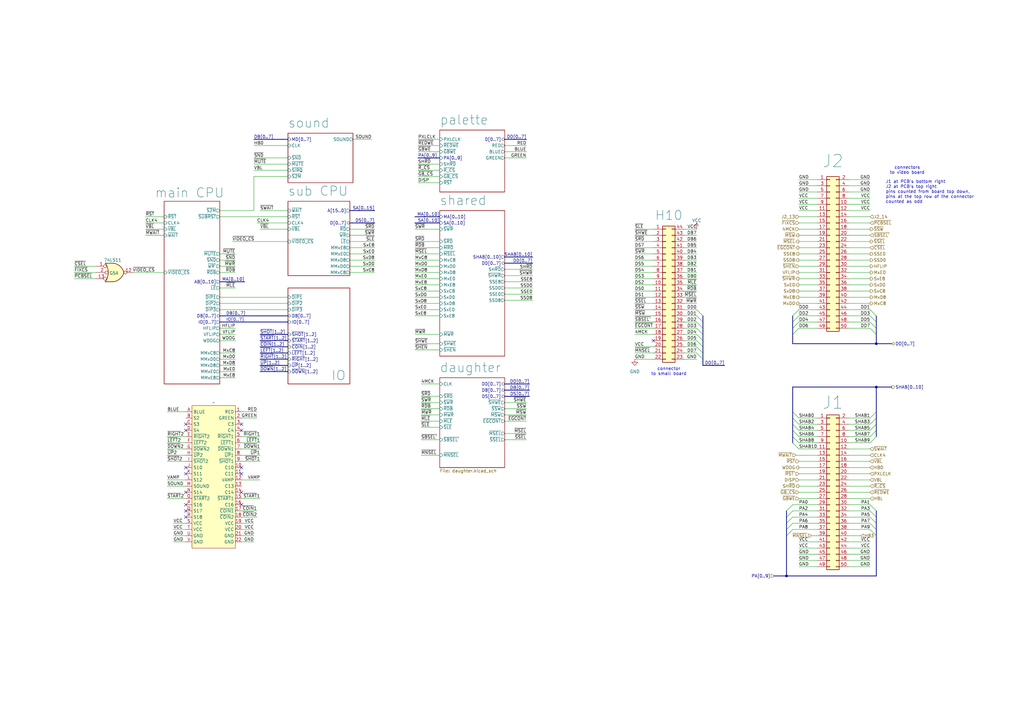
<source format=kicad_sch>
(kicad_sch (version 20231120) (generator "eeschema") (generator_version "8.0")
  (paper "A3")
  (title_block (date "2024-10-12") (company "JOTEGO") (comment 1 "Jose Tejada"))
  (junction (at 359.41 158.75))
  (junction (at 359.41 140.97))
  (junction (at 322.58 236.22))
  (no_connect (at 99.06 201.93))
  (no_connect (at 76.2 207.01))
  (no_connect (at 76.2 194.31))
  (no_connect (at 76.2 201.93))
  (no_connect (at 267.97 139.7))
  (no_connect (at 99.06 176.53))
  (no_connect (at 99.06 207.01))
  (no_connect (at 99.06 191.77))
  (no_connect (at 76.2 176.53))
  (no_connect (at 99.06 194.31))
  (no_connect (at 99.06 173.99))
  (no_connect (at 76.2 209.55))
  (no_connect (at 76.2 191.77))
  (no_connect (at 76.2 212.09))
  (no_connect (at 76.2 173.99))
  (bus_entry (at 325.12 217.17) (size -2.54 2.54))
  (bus_entry (at 356.87 212.09) (size 2.54 2.54))
  (bus_entry (at 327.66 132.08) (size -2.54 2.54))
  (bus_entry (at 325.12 173.99) (size 2.54 2.54))
  (bus_entry (at 285.75 139.7) (size 2.54 2.54))
  (bus_entry (at 359.41 176.53) (size -2.54 2.54))
  (bus_entry (at 327.66 129.54) (size -2.54 2.54))
  (bus_entry (at 356.87 209.55) (size 2.54 2.54))
  (bus_entry (at 356.87 129.54) (size 2.54 2.54))
  (bus_entry (at 285.75 142.24) (size 2.54 2.54))
  (bus_entry (at 356.87 207.01) (size 2.54 2.54))
  (bus_entry (at 325.12 179.07) (size 2.54 2.54))
  (bus_entry (at 325.12 209.55) (size -2.54 2.54))
  (bus_entry (at 327.66 127) (size -2.54 2.54))
  (bus_entry (at 327.66 134.62) (size -2.54 2.54))
  (bus_entry (at 359.41 179.07) (size -2.54 2.54))
  (bus_entry (at 325.12 168.91) (size 2.54 2.54))
  (bus_entry (at 325.12 171.45) (size 2.54 2.54))
  (bus_entry (at 285.75 137.16) (size 2.54 2.54))
  (bus_entry (at 285.75 127) (size 2.54 2.54))
  (bus_entry (at 356.87 132.08) (size 2.54 2.54))
  (bus_entry (at 359.41 173.99) (size -2.54 2.54))
  (bus_entry (at 325.12 212.09) (size -2.54 2.54))
  (bus_entry (at 325.12 207.01) (size -2.54 2.54))
  (bus_entry (at 325.12 214.63) (size -2.54 2.54))
  (bus_entry (at 285.75 134.62) (size 2.54 2.54))
  (bus_entry (at 356.87 127) (size 2.54 2.54))
  (bus_entry (at 285.75 129.54) (size 2.54 2.54))
  (bus_entry (at 359.41 171.45) (size -2.54 2.54))
  (bus_entry (at 325.12 176.53) (size 2.54 2.54))
  (bus_entry (at 325.12 181.61) (size 2.54 2.54))
  (bus_entry (at 285.75 132.08) (size 2.54 2.54))
  (bus_entry (at 285.75 144.78) (size 2.54 2.54))
  (bus_entry (at 356.87 217.17) (size 2.54 2.54))
  (bus_entry (at 356.87 214.63) (size 2.54 2.54))
  (bus_entry (at 359.41 168.91) (size -2.54 2.54))
  (bus_entry (at 356.87 134.62) (size 2.54 2.54))
  (wire (pts (xy 327.66 78.74) (xy 335.28 78.74)))
  (bus (pts (xy 359.41 134.62) (xy 359.41 137.16)))
  (wire (pts (xy 172.72 180.34) (xy 180.34 180.34)))
  (bus (pts (xy 207.01 57.15) (xy 215.9 57.15)))
  (bus (pts (xy 106.68 142.24) (xy 118.11 142.24)))
  (wire (pts (xy 327.66 116.84) (xy 335.28 116.84)))
  (wire (pts (xy 327.66 93.98) (xy 335.28 93.98)))
  (wire (pts (xy 327.66 173.99) (xy 335.28 173.99)))
  (bus (pts (xy 207.01 157.48) (xy 217.17 157.48)))
  (wire (pts (xy 172.72 162.56) (xy 180.34 162.56)))
  (wire (pts (xy 260.35 124.46) (xy 267.97 124.46)))
  (wire (pts (xy 170.18 116.84) (xy 180.34 116.84)))
  (bus (pts (xy 90.17 129.54) (xy 118.11 129.54)))
  (bus (pts (xy 90.17 132.08) (xy 118.11 132.08)))
  (wire (pts (xy 347.98 134.62) (xy 356.87 134.62)))
  (wire (pts (xy 325.12 207.01) (xy 335.28 207.01)))
  (wire (pts (xy 260.35 134.62) (xy 267.97 134.62)))
  (wire (pts (xy 327.66 124.46) (xy 335.28 124.46)))
  (wire (pts (xy 170.18 127) (xy 180.34 127)))
  (wire (pts (xy 171.45 62.23) (xy 180.34 62.23)))
  (wire (pts (xy 327.66 181.61) (xy 335.28 181.61)))
  (wire (pts (xy 30.48 111.76) (xy 39.37 111.76)))
  (wire (pts (xy 356.87 86.36) (xy 347.98 86.36)))
  (wire (pts (xy 207.01 123.19) (xy 218.44 123.19)))
  (wire (pts (xy 260.35 116.84) (xy 267.97 116.84)))
  (wire (pts (xy 327.66 227.33) (xy 335.28 227.33)))
  (bus (pts (xy 359.41 176.53) (xy 359.41 179.07)))
  (bus (pts (xy 207.01 105.41) (xy 218.44 105.41)))
  (wire (pts (xy 54.61 111.76) (xy 67.31 111.76)))
  (bus (pts (xy 322.58 236.22) (xy 359.41 236.22)))
  (wire (pts (xy 76.2 219.71) (xy 71.12 219.71)))
  (bus (pts (xy 322.58 209.55) (xy 322.58 212.09)))
  (wire (pts (xy 327.66 194.31) (xy 335.28 194.31)))
  (bus (pts (xy 359.41 140.97) (xy 365.76 140.97)))
  (wire (pts (xy 325.12 212.09) (xy 335.28 212.09)))
  (wire (pts (xy 260.35 142.24) (xy 267.97 142.24)))
  (wire (pts (xy 90.17 147.32) (xy 96.52 147.32)))
  (wire (pts (xy 96.52 154.94) (xy 90.17 154.94)))
  (wire (pts (xy 170.18 101.6) (xy 180.34 101.6)))
  (wire (pts (xy 76.2 222.25) (xy 71.12 222.25)))
  (wire (pts (xy 104.14 69.85) (xy 118.11 69.85)))
  (wire (pts (xy 106.68 189.23) (xy 99.06 189.23)))
  (wire (pts (xy 106.68 204.47) (xy 99.06 204.47)))
  (wire (pts (xy 260.35 129.54) (xy 267.97 129.54)))
  (bus (pts (xy 365.76 158.75) (xy 359.41 158.75)))
  (wire (pts (xy 327.66 184.15) (xy 335.28 184.15)))
  (wire (pts (xy 280.67 144.78) (xy 285.75 144.78)))
  (wire (pts (xy 68.58 168.91) (xy 76.2 168.91)))
  (wire (pts (xy 327.66 106.68) (xy 335.28 106.68)))
  (wire (pts (xy 170.18 143.51) (xy 180.34 143.51)))
  (wire (pts (xy 76.2 217.17) (xy 71.12 217.17)))
  (wire (pts (xy 260.35 127) (xy 267.97 127)))
  (wire (pts (xy 280.67 132.08) (xy 285.75 132.08)))
  (wire (pts (xy 260.35 121.92) (xy 267.97 121.92)))
  (wire (pts (xy 90.17 88.9) (xy 118.11 88.9)))
  (wire (pts (xy 347.98 119.38) (xy 356.87 119.38)))
  (wire (pts (xy 280.67 99.06) (xy 285.75 99.06)))
  (wire (pts (xy 172.72 170.18) (xy 180.34 170.18)))
  (wire (pts (xy 347.98 232.41) (xy 356.87 232.41)))
  (wire (pts (xy 327.66 101.6) (xy 335.28 101.6)))
  (wire (pts (xy 347.98 191.77) (xy 356.87 191.77)))
  (wire (pts (xy 143.51 104.14) (xy 153.67 104.14)))
  (wire (pts (xy 76.2 186.69) (xy 68.58 186.69)))
  (wire (pts (xy 170.18 124.46) (xy 180.34 124.46)))
  (wire (pts (xy 90.17 152.4) (xy 96.52 152.4)))
  (bus (pts (xy 207.01 160.02) (xy 217.17 160.02)))
  (wire (pts (xy 170.18 140.97) (xy 180.34 140.97)))
  (wire (pts (xy 90.17 144.78) (xy 96.52 144.78)))
  (wire (pts (xy 327.66 76.2) (xy 335.28 76.2)))
  (wire (pts (xy 327.66 88.9) (xy 335.28 88.9)))
  (wire (pts (xy 347.98 176.53) (xy 356.87 176.53)))
  (wire (pts (xy 347.98 219.71) (xy 353.06 219.71)))
  (wire (pts (xy 280.67 93.98) (xy 285.75 93.98)))
  (wire (pts (xy 347.98 124.46) (xy 356.87 124.46)))
  (wire (pts (xy 280.67 119.38) (xy 285.75 119.38)))
  (wire (pts (xy 347.98 184.15) (xy 356.87 184.15)))
  (wire (pts (xy 280.67 142.24) (xy 285.75 142.24)))
  (wire (pts (xy 207.01 170.18) (xy 215.9 170.18)))
  (bus (pts (xy 325.12 168.91) (xy 325.12 158.75)))
  (wire (pts (xy 280.67 106.68) (xy 285.75 106.68)))
  (wire (pts (xy 99.06 168.91) (xy 105.41 168.91)))
  (bus (pts (xy 359.41 171.45) (xy 359.41 173.99)))
  (wire (pts (xy 280.67 104.14) (xy 285.75 104.14)))
  (wire (pts (xy 172.72 175.26) (xy 180.34 175.26)))
  (wire (pts (xy 260.35 111.76) (xy 267.97 111.76)))
  (wire (pts (xy 172.72 165.1) (xy 180.34 165.1)))
  (wire (pts (xy 347.98 96.52) (xy 356.87 96.52)))
  (bus (pts (xy 106.68 147.32) (xy 118.11 147.32)))
  (wire (pts (xy 347.98 109.22) (xy 356.87 109.22)))
  (wire (pts (xy 99.06 184.15) (xy 106.68 184.15)))
  (bus (pts (xy 322.58 214.63) (xy 322.58 217.17)))
  (wire (pts (xy 326.39 186.69) (xy 335.28 186.69)))
  (wire (pts (xy 260.35 119.38) (xy 267.97 119.38)))
  (wire (pts (xy 99.06 217.17) (xy 104.14 217.17)))
  (wire (pts (xy 59.69 88.9) (xy 67.31 88.9)))
  (wire (pts (xy 99.06 219.71) (xy 104.14 219.71)))
  (wire (pts (xy 215.9 177.8) (xy 207.01 177.8)))
  (bus (pts (xy 325.12 140.97) (xy 359.41 140.97)))
  (wire (pts (xy 171.45 69.85) (xy 180.34 69.85)))
  (wire (pts (xy 327.66 111.76) (xy 335.28 111.76)))
  (wire (pts (xy 99.06 209.55) (xy 105.41 209.55)))
  (wire (pts (xy 90.17 124.46) (xy 118.11 124.46)))
  (wire (pts (xy 104.14 59.69) (xy 118.11 59.69)))
  (wire (pts (xy 327.66 129.54) (xy 335.28 129.54)))
  (wire (pts (xy 143.51 96.52) (xy 153.67 96.52)))
  (bus (pts (xy 325.12 179.07) (xy 325.12 176.53)))
  (bus (pts (xy 106.68 137.16) (xy 118.11 137.16)))
  (wire (pts (xy 170.18 106.68) (xy 180.34 106.68)))
  (wire (pts (xy 260.35 144.78) (xy 267.97 144.78)))
  (wire (pts (xy 327.66 232.41) (xy 335.28 232.41)))
  (wire (pts (xy 171.45 74.93) (xy 180.34 74.93)))
  (wire (pts (xy 327.66 224.79) (xy 335.28 224.79)))
  (wire (pts (xy 260.35 101.6) (xy 267.97 101.6)))
  (wire (pts (xy 59.69 96.52) (xy 67.31 96.52)))
  (wire (pts (xy 90.17 111.76) (xy 96.52 111.76)))
  (wire (pts (xy 207.01 167.64) (xy 215.9 167.64)))
  (wire (pts (xy 332.74 219.71) (xy 335.28 219.71)))
  (wire (pts (xy 260.35 96.52) (xy 267.97 96.52)))
  (wire (pts (xy 143.51 101.6) (xy 153.67 101.6)))
  (bus (pts (xy 288.29 134.62) (xy 288.29 137.16)))
  (wire (pts (xy 90.17 149.86) (xy 96.52 149.86)))
  (wire (pts (xy 90.17 118.11) (xy 96.52 118.11)))
  (bus (pts (xy 288.29 129.54) (xy 288.29 132.08)))
  (wire (pts (xy 280.67 96.52) (xy 285.75 96.52)))
  (wire (pts (xy 325.12 214.63) (xy 335.28 214.63)))
  (wire (pts (xy 327.66 222.25) (xy 335.28 222.25)))
  (bus (pts (xy 90.17 115.57) (xy 100.33 115.57)))
  (wire (pts (xy 347.98 111.76) (xy 356.87 111.76)))
  (wire (pts (xy 347.98 76.2) (xy 356.87 76.2)))
  (wire (pts (xy 170.18 119.38) (xy 180.34 119.38)))
  (wire (pts (xy 280.67 114.3) (xy 285.75 114.3)))
  (wire (pts (xy 347.98 91.44) (xy 356.87 91.44)))
  (wire (pts (xy 356.87 224.79) (xy 347.98 224.79)))
  (wire (pts (xy 347.98 121.92) (xy 356.87 121.92)))
  (wire (pts (xy 172.72 167.64) (xy 180.34 167.64)))
  (bus (pts (xy 171.45 64.77) (xy 180.34 64.77)))
  (wire (pts (xy 347.98 186.69) (xy 356.87 186.69)))
  (wire (pts (xy 207.01 115.57) (xy 218.44 115.57)))
  (wire (pts (xy 106.68 93.98) (xy 118.11 93.98)))
  (wire (pts (xy 90.17 104.14) (xy 96.52 104.14)))
  (bus (pts (xy 322.58 212.09) (xy 322.58 214.63)))
  (wire (pts (xy 347.98 179.07) (xy 356.87 179.07)))
  (wire (pts (xy 327.66 81.28) (xy 335.28 81.28)))
  (wire (pts (xy 207.01 64.77) (xy 215.9 64.77)))
  (wire (pts (xy 327.66 204.47) (xy 335.28 204.47)))
  (wire (pts (xy 143.51 106.68) (xy 153.67 106.68)))
  (bus (pts (xy 207.01 107.95) (xy 218.44 107.95)))
  (wire (pts (xy 280.67 124.46) (xy 285.75 124.46)))
  (wire (pts (xy 207.01 113.03) (xy 218.44 113.03)))
  (bus (pts (xy 359.41 132.08) (xy 359.41 134.62)))
  (wire (pts (xy 347.98 229.87) (xy 356.87 229.87)))
  (bus (pts (xy 106.68 139.7) (xy 118.11 139.7)))
  (wire (pts (xy 170.18 104.14) (xy 180.34 104.14)))
  (wire (pts (xy 207.01 120.65) (xy 218.44 120.65)))
  (wire (pts (xy 170.18 111.76) (xy 180.34 111.76)))
  (wire (pts (xy 347.98 132.08) (xy 356.87 132.08)))
  (wire (pts (xy 99.06 171.45) (xy 105.41 171.45)))
  (wire (pts (xy 356.87 83.82) (xy 347.98 83.82)))
  (wire (pts (xy 280.67 134.62) (xy 285.75 134.62)))
  (wire (pts (xy 90.17 121.92) (xy 118.11 121.92)))
  (wire (pts (xy 90.17 134.62) (xy 96.52 134.62)))
  (wire (pts (xy 347.98 227.33) (xy 356.87 227.33)))
  (wire (pts (xy 327.66 73.66) (xy 335.28 73.66)))
  (bus (pts (xy 170.18 91.44) (xy 180.34 91.44)))
  (wire (pts (xy 170.18 93.98) (xy 180.34 93.98)))
  (wire (pts (xy 207.01 62.23) (xy 215.9 62.23)))
  (wire (pts (xy 76.2 214.63) (xy 71.12 214.63)))
  (wire (pts (xy 327.66 83.82) (xy 335.28 83.82)))
  (wire (pts (xy 347.98 217.17) (xy 356.87 217.17)))
  (bus (pts (xy 207.01 162.56) (xy 217.17 162.56)))
  (wire (pts (xy 170.18 99.06) (xy 180.34 99.06)))
  (wire (pts (xy 99.06 212.09) (xy 105.41 212.09)))
  (wire (pts (xy 347.98 214.63) (xy 356.87 214.63)))
  (wire (pts (xy 347.98 101.6) (xy 356.87 101.6)))
  (wire (pts (xy 59.69 91.44) (xy 67.31 91.44)))
  (bus (pts (xy 322.58 219.71) (xy 322.58 236.22)))
  (wire (pts (xy 347.98 106.68) (xy 356.87 106.68)))
  (wire (pts (xy 327.66 132.08) (xy 335.28 132.08)))
  (wire (pts (xy 260.35 99.06) (xy 267.97 99.06)))
  (wire (pts (xy 280.67 129.54) (xy 285.75 129.54)))
  (wire (pts (xy 218.44 110.49) (xy 207.01 110.49)))
  (wire (pts (xy 327.66 96.52) (xy 335.28 96.52)))
  (wire (pts (xy 99.06 181.61) (xy 106.68 181.61)))
  (wire (pts (xy 143.51 99.06) (xy 153.67 99.06)))
  (wire (pts (xy 171.45 59.69) (xy 180.34 59.69)))
  (wire (pts (xy 143.51 109.22) (xy 153.67 109.22)))
  (wire (pts (xy 285.75 147.32) (xy 280.67 147.32)))
  (wire (pts (xy 280.67 127) (xy 285.75 127)))
  (wire (pts (xy 327.66 91.44) (xy 335.28 91.44)))
  (wire (pts (xy 347.98 209.55) (xy 356.87 209.55)))
  (wire (pts (xy 327.66 104.14) (xy 335.28 104.14)))
  (wire (pts (xy 327.66 99.06) (xy 335.28 99.06)))
  (wire (pts (xy 260.35 106.68) (xy 267.97 106.68)))
  (wire (pts (xy 76.2 184.15) (xy 68.58 184.15)))
  (wire (pts (xy 347.98 212.09) (xy 356.87 212.09)))
  (bus (pts (xy 288.29 142.24) (xy 288.29 144.78)))
  (wire (pts (xy 106.68 86.36) (xy 118.11 86.36)))
  (bus (pts (xy 325.12 158.75) (xy 359.41 158.75)))
  (wire (pts (xy 207.01 172.72) (xy 215.9 172.72)))
  (bus (pts (xy 325.12 137.16) (xy 325.12 140.97)))
  (wire (pts (xy 90.17 86.36) (xy 104.14 86.36)))
  (wire (pts (xy 347.98 181.61) (xy 356.87 181.61)))
  (bus (pts (xy 359.41 217.17) (xy 359.41 219.71)))
  (bus (pts (xy 359.41 214.63) (xy 359.41 217.17)))
  (wire (pts (xy 347.98 189.23) (xy 356.87 189.23)))
  (bus (pts (xy 106.68 144.78) (xy 118.11 144.78)))
  (wire (pts (xy 144.78 57.15) (xy 152.4 57.15)))
  (bus (pts (xy 359.41 209.55) (xy 359.41 212.09)))
  (wire (pts (xy 327.66 201.93) (xy 335.28 201.93)))
  (wire (pts (xy 99.06 222.25) (xy 104.14 222.25)))
  (bus (pts (xy 288.29 149.86) (xy 297.18 149.86)))
  (wire (pts (xy 104.14 86.36) (xy 104.14 72.39)))
  (bus (pts (xy 143.51 86.36) (xy 153.67 86.36)))
  (wire (pts (xy 260.35 132.08) (xy 267.97 132.08)))
  (wire (pts (xy 327.66 196.85) (xy 335.28 196.85)))
  (wire (pts (xy 280.67 101.6) (xy 285.75 101.6)))
  (wire (pts (xy 30.48 114.3) (xy 39.37 114.3)))
  (wire (pts (xy 280.67 139.7) (xy 285.75 139.7)))
  (wire (pts (xy 68.58 199.39) (xy 76.2 199.39)))
  (bus (pts (xy 359.41 129.54) (xy 359.41 132.08)))
  (bus (pts (xy 288.29 139.7) (xy 288.29 142.24)))
  (bus (pts (xy 325.12 132.08) (xy 325.12 134.62)))
  (bus (pts (xy 322.58 217.17) (xy 322.58 219.71)))
  (wire (pts (xy 327.66 199.39) (xy 335.28 199.39)))
  (wire (pts (xy 104.14 67.31) (xy 118.11 67.31)))
  (wire (pts (xy 171.45 72.39) (xy 180.34 72.39)))
  (wire (pts (xy 325.12 217.17) (xy 335.28 217.17)))
  (wire (pts (xy 347.98 201.93) (xy 356.87 201.93)))
  (wire (pts (xy 143.51 93.98) (xy 153.67 93.98)))
  (wire (pts (xy 347.98 116.84) (xy 356.87 116.84)))
  (wire (pts (xy 327.66 171.45) (xy 335.28 171.45)))
  (wire (pts (xy 172.72 157.48) (xy 180.34 157.48)))
  (wire (pts (xy 76.2 181.61) (xy 68.58 181.61)))
  (wire (pts (xy 327.66 176.53) (xy 335.28 176.53)))
  (wire (pts (xy 347.98 127) (xy 356.87 127)))
  (wire (pts (xy 90.17 139.7) (xy 96.52 139.7)))
  (wire (pts (xy 260.35 109.22) (xy 267.97 109.22)))
  (bus (pts (xy 359.41 212.09) (xy 359.41 214.63)))
  (wire (pts (xy 280.67 111.76) (xy 285.75 111.76)))
  (bus (pts (xy 104.14 57.15) (xy 118.11 57.15)))
  (wire (pts (xy 30.48 109.22) (xy 39.37 109.22)))
  (wire (pts (xy 280.67 116.84) (xy 285.75 116.84)))
  (wire (pts (xy 90.17 127) (xy 118.11 127)))
  (bus (pts (xy 288.29 147.32) (xy 288.29 149.86)))
  (wire (pts (xy 76.2 179.07) (xy 68.58 179.07)))
  (bus (pts (xy 288.29 137.16) (xy 288.29 139.7)))
  (wire (pts (xy 327.66 189.23) (xy 335.28 189.23)))
  (bus (pts (xy 325.12 181.61) (xy 325.12 179.07)))
  (wire (pts (xy 170.18 137.16) (xy 180.34 137.16)))
  (wire (pts (xy 104.14 64.77) (xy 118.11 64.77)))
  (wire (pts (xy 104.14 72.39) (xy 118.11 72.39)))
  (wire (pts (xy 215.9 180.34) (xy 207.01 180.34)))
  (wire (pts (xy 90.17 106.68) (xy 96.52 106.68)))
  (wire (pts (xy 260.35 93.98) (xy 267.97 93.98)))
  (wire (pts (xy 170.18 121.92) (xy 180.34 121.92)))
  (bus (pts (xy 359.41 158.75) (xy 359.41 168.91)))
  (bus (pts (xy 359.41 219.71) (xy 359.41 236.22)))
  (wire (pts (xy 347.98 199.39) (xy 356.87 199.39)))
  (wire (pts (xy 327.66 134.62) (xy 335.28 134.62)))
  (wire (pts (xy 347.98 196.85) (xy 356.87 196.85)))
  (wire (pts (xy 171.45 67.31) (xy 180.34 67.31)))
  (wire (pts (xy 347.98 171.45) (xy 356.87 171.45)))
  (wire (pts (xy 327.66 86.36) (xy 335.28 86.36)))
  (wire (pts (xy 170.18 109.22) (xy 180.34 109.22)))
  (wire (pts (xy 207.01 118.11) (xy 218.44 118.11)))
  (wire (pts (xy 327.66 229.87) (xy 335.28 229.87)))
  (wire (pts (xy 347.98 78.74) (xy 356.87 78.74)))
  (wire (pts (xy 327.66 121.92) (xy 335.28 121.92)))
  (wire (pts (xy 207.01 59.69) (xy 215.9 59.69)))
  (wire (pts (xy 90.17 137.16) (xy 96.52 137.16)))
  (wire (pts (xy 327.66 191.77) (xy 335.28 191.77)))
  (bus (pts (xy 359.41 168.91) (xy 359.41 171.45)))
  (wire (pts (xy 90.17 109.22) (xy 96.52 109.22)))
  (wire (pts (xy 76.2 196.85) (xy 68.58 196.85)))
  (wire (pts (xy 260.35 147.32) (xy 267.97 147.32)))
  (bus (pts (xy 359.41 137.16) (xy 359.41 140.97)))
  (bus (pts (xy 143.51 91.44) (xy 153.67 91.44)))
  (wire (pts (xy 68.58 204.47) (xy 76.2 204.47)))
  (wire (pts (xy 347.98 129.54) (xy 356.87 129.54)))
  (bus (pts (xy 106.68 149.86) (xy 118.11 149.86)))
  (wire (pts (xy 347.98 207.01) (xy 356.87 207.01)))
  (wire (pts (xy 327.66 114.3) (xy 335.28 114.3)))
  (wire (pts (xy 143.51 111.76) (xy 153.67 111.76)))
  (bus (pts (xy 325.12 129.54) (xy 325.12 132.08)))
  (wire (pts (xy 260.35 104.14) (xy 267.97 104.14)))
  (wire (pts (xy 207.01 165.1) (xy 215.9 165.1)))
  (wire (pts (xy 347.98 104.14) (xy 356.87 104.14)))
  (wire (pts (xy 99.06 214.63) (xy 104.14 214.63)))
  (wire (pts (xy 95.25 99.06) (xy 118.11 99.06)))
  (wire (pts (xy 105.41 91.44) (xy 118.11 91.44)))
  (wire (pts (xy 347.98 204.47) (xy 356.87 204.47)))
  (wire (pts (xy 99.06 186.69) (xy 106.68 186.69)))
  (wire (pts (xy 347.98 173.99) (xy 356.87 173.99)))
  (wire (pts (xy 260.35 137.16) (xy 267.97 137.16)))
  (wire (pts (xy 356.87 222.25) (xy 347.98 222.25)))
  (wire (pts (xy 59.69 93.98) (xy 67.31 93.98)))
  (wire (pts (xy 170.18 129.54) (xy 180.34 129.54)))
  (wire (pts (xy 356.87 81.28) (xy 347.98 81.28)))
  (wire (pts (xy 172.72 186.69) (xy 180.34 186.69)))
  (bus (pts (xy 288.29 144.78) (xy 288.29 147.32)))
  (bus (pts (xy 359.41 173.99) (xy 359.41 176.53)))
  (wire (pts (xy 99.06 179.07) (xy 106.68 179.07)))
  (wire (pts (xy 280.67 137.16) (xy 285.75 137.16)))
  (wire (pts (xy 325.12 209.55) (xy 335.28 209.55)))
  (bus (pts (xy 325.12 173.99) (xy 325.12 171.45)))
  (bus (pts (xy 288.29 132.08) (xy 288.29 134.62)))
  (wire (pts (xy 327.66 127) (xy 335.28 127)))
  (bus (pts (xy 322.58 236.22) (xy 317.5 236.22)))
  (wire (pts (xy 327.66 179.07) (xy 335.28 179.07)))
  (bus (pts (xy 325.12 176.53) (xy 325.12 173.99)))
  (wire (pts (xy 99.06 196.85) (xy 106.68 196.85)))
  (wire (pts (xy 171.45 57.15) (xy 180.34 57.15)))
  (wire (pts (xy 347.98 194.31) (xy 356.87 194.31)))
  (wire (pts (xy 280.67 109.22) (xy 285.75 109.22)))
  (wire (pts (xy 347.98 99.06) (xy 356.87 99.06)))
  (wire (pts (xy 260.35 114.3) (xy 267.97 114.3)))
  (wire (pts (xy 280.67 121.92) (xy 285.75 121.92)))
  (bus (pts (xy 106.68 152.4) (xy 118.11 152.4)))
  (wire (pts (xy 68.58 189.23) (xy 76.2 189.23)))
  (wire (pts (xy 327.66 109.22) (xy 335.28 109.22)))
  (wire (pts (xy 327.66 119.38) (xy 335.28 119.38)))
  (bus (pts (xy 170.18 88.9) (xy 180.34 88.9)))
  (wire (pts (xy 347.98 88.9) (xy 356.87 88.9)))
  (wire (pts (xy 170.18 114.3) (xy 180.34 114.3)))
  (bus (pts (xy 325.12 171.45) (xy 325.12 168.91)))
  (bus (pts (xy 325.12 134.62) (xy 325.12 137.16)))
  (wire (pts (xy 347.98 93.98) (xy 356.87 93.98)))
  (wire (pts (xy 172.72 172.72) (xy 180.34 172.72)))
  (wire (pts (xy 347.98 73.66) (xy 356.87 73.66)))
  (wire (pts (xy 347.98 114.3) (xy 356.87 114.3)))
  (text "connectors\nto video board" (at 372.11 69.85 0) (effects (font (size 1.27 1.27))))
  (text "connector\nto small board" (at 274.32 152.4 0) (effects (font (size 1.27 1.27))))
  (text "J1 at PCB's bottom right\nJ2 at PCB's top right\npins counted from board top down,\npins at the top row of the connector\ncounted as odd" (at 363.22 78.74 0) (effects (font (size 1.27 1.27)) (justify left)))
  (label "~{MWR}" (at 96.52 109.22 180))
  (label "~{R_CS}" (at 171.45 69.85 0))
  (label "SOUND" (at 152.4 57.15 180))
  (label "PA2" (at 327.66 209.55 0))
  (label "SHAB7" (at 356.87 179.07 180))
  (label "PA5" (at 356.87 212.09 180))
  (label "~{START}[1..2]" (at 106.68 139.7 0))
  (label "GND" (at 327.66 76.2 0))
  (label "~{LEFT}2" (at 68.58 181.61 0))
  (label "~{EGCONT}" (at 260.35 134.62 0))
  (label "DB4" (at 285.75 104.14 180))
  (label "MA[0..10]" (at 100.33 115.57 180))
  (label "GND" (at 356.87 78.74 180))
  (label "GND" (at 327.66 73.66 0))
  (label "MxD8" (at 96.52 149.86 180))
  (label "DS7" (at 260.35 101.6 0))
  (label "~{MNSEL}" (at 172.72 186.69 0))
  (label "~{MWR}" (at 170.18 137.16 0))
  (label "DS0" (at 260.35 119.38 0))
  (label "DISP" (at 171.45 74.93 0))
  (label "~{SHOT}1" (at 106.68 189.23 180))
  (label "DD2" (at 327.66 129.54 0))
  (label "HB0" (at 104.14 59.69 0))
  (label "SA[0..15]" (at 153.67 86.36 180))
  (label "MxD0" (at 96.52 147.32 180))
  (label "~{LEFT}1" (at 106.68 181.61 180))
  (label "~{LEFT}[1..2]" (at 106.68 144.78 0))
  (label "~{MLE}" (at 172.72 172.72 0))
  (label "GND" (at 104.14 222.25 180))
  (label "~{SHOT}2" (at 68.58 189.23 0))
  (label "~{SHWE}" (at 170.18 140.97 0))
  (label "~{DOWN}1" (at 106.68 184.15 180))
  (label "SxE0" (at 170.18 127 0))
  (label "CLK4" (at 105.41 91.44 0))
  (label "~{VIDEO_CS}" (at 95.25 99.06 0))
  (label "PA3" (at 356.87 209.55 180))
  (label "~{RDB}" (at 96.52 111.76 180))
  (label "DD[0..7]" (at 217.17 157.48 180))
  (label "~{VBL}" (at 59.69 93.98 0))
  (label "VBL" (at 104.14 69.85 0))
  (label "DD[0..7]" (at 215.9 57.15 180))
  (label "DD7" (at 285.75 144.78 180))
  (label "SHAB9" (at 356.87 181.61 180))
  (label "DS2" (at 260.35 116.84 0))
  (label "RED" (at 215.9 59.69 180))
  (label "~{SBSEL'}" (at 172.72 180.34 0))
  (label "~{SRD}" (at 170.18 99.06 0))
  (label "DB1" (at 285.75 111.76 180))
  (label "VAMP" (at 68.58 196.85 0))
  (label "~{VBL}" (at 106.68 93.98 0))
  (label "GREEN" (at 215.9 64.77 180))
  (label "VCC" (at 356.87 222.25 180))
  (label "~{CSEL}" (at 30.48 109.22 0))
  (label "~{RST}" (at 59.69 88.9 0))
  (label "DD4" (at 285.75 137.16 180))
  (label "~{SHWR}" (at 218.44 113.03 180))
  (label "VCC" (at 104.14 214.63 180))
  (label "~{UP}[1..2]" (at 106.68 149.86 0))
  (label "~{SWR}" (at 172.72 165.1 0))
  (label "GND" (at 327.66 229.87 0))
  (label "DS3" (at 260.35 114.3 0))
  (label "GND" (at 356.87 76.2 180))
  (label "MxD8" (at 170.18 111.76 0))
  (label "GND" (at 327.66 78.74 0))
  (label "PA0" (at 327.66 207.01 0))
  (label "~{PCBSEL}" (at 30.48 114.3 0))
  (label "VCC" (at 327.66 81.28 0))
  (label "~{SRD}" (at 172.72 162.56 0))
  (label "PA9" (at 356.87 217.17 180))
  (label "GND" (at 327.66 227.33 0))
  (label "~{COIN}1" (at 105.41 209.55 180))
  (label "DS6" (at 260.35 106.68 0))
  (label "DD6" (at 327.66 134.62 0))
  (label "~{START}2" (at 68.58 204.47 0))
  (label "SxE0" (at 153.67 104.14 180))
  (label "~{GBWE}" (at 171.45 62.23 0))
  (label "DB[0..7]" (at 104.14 57.15 0))
  (label "~{SND}" (at 96.52 106.68 180))
  (label "SHAB2" (at 327.66 173.99 0))
  (label "DD5" (at 285.75 139.7 180))
  (label "~{MSEL}" (at 215.9 177.8 180))
  (label "~{FIXCS}" (at 30.48 111.76 0))
  (label "DD1" (at 285.75 129.54 180))
  (label "VAMP" (at 106.68 196.85 180))
  (label "DD[0..7]" (at 218.44 107.95 180))
  (label "SHAB[0..10]" (at 218.44 105.41 180))
  (label "MxE8" (at 170.18 116.84 0))
  (label "~{SRD}" (at 260.35 99.06 0))
  (label "SHAB4" (at 327.66 176.53 0))
  (label "DB6" (at 285.75 99.06 180))
  (label "SHAB10" (at 327.66 184.15 0))
  (label "GND" (at 356.87 232.41 180))
  (label "VCC" (at 104.14 217.17 180))
  (label "DB[0..7]" (at 92.71 129.54 0))
  (label "DD2" (at 285.75 132.08 180))
  (label "VCC" (at 327.66 86.36 0))
  (label "DD[0..7]" (at 297.18 149.86 180))
  (label "~{VIDEO_CS}" (at 63.5 111.76 180))
  (label "GND" (at 356.87 229.87 180))
  (label "PA8" (at 327.66 217.17 0))
  (label "IO[0..7]" (at 92.71 132.08 0))
  (label "SH~{RD}" (at 171.45 67.31 0))
  (label "~{SSEL}" (at 260.35 124.46 0))
  (label "SOUND" (at 68.58 199.39 0))
  (label "~{SWR}" (at 153.67 96.52 180))
  (label "DB3" (at 285.75 106.68 180))
  (label "GND" (at 356.87 73.66 180))
  (label "MxC8" (at 170.18 106.68 0))
  (label "VCC" (at 285.75 93.98 180))
  (label "SxE8" (at 153.67 101.6 180))
  (label "VCC" (at 356.87 83.82 180))
  (label "~{DOWN}[1..2]" (at 106.68 152.4 0))
  (label "~{MSEL}" (at 285.75 121.92 180))
  (label "~{RIGHT}2" (at 68.58 179.07 0))
  (label "BLUE" (at 68.58 168.91 0))
  (label "~{SSEL}" (at 215.9 180.34 180))
  (label "~{SLE}" (at 153.67 99.06 180))
  (label "~{COIN}2" (at 105.41 212.09 180))
  (label "PXLCLK" (at 171.45 57.15 0))
  (label "VFLIP" (at 96.52 137.16 180))
  (label "VCC" (at 260.35 142.24 0))
  (label "~{RDB}" (at 285.75 119.38 180))
  (label "~{SWR}" (at 170.18 93.98 0))
  (label "~{MSW}" (at 260.35 129.54 0))
  (label "SSD0" (at 218.44 118.11 180))
  (label "VCC" (at 327.66 224.79 0))
  (label "VCC" (at 71.12 214.63 0))
  (label "~{SWAIT}" (at 106.68 86.36 0))
  (label "BLUE" (at 215.9 62.23 180))
  (label "~{SHOT}[1..2]" (at 106.68 137.16 0))
  (label "SSE0" (at 218.44 120.65 180))
  (label "GND" (at 104.14 219.71 180))
  (label "SHAB0" (at 327.66 171.45 0))
  (label "~{EGCONT}" (at 215.9 172.72 180))
  (label "MxE8" (at 96.52 154.94 180))
  (label "SxD0" (at 153.67 109.22 180))
  (label "~{SLE}" (at 260.35 93.98 0))
  (label "~{REDWE}" (at 171.45 59.69 0))
  (label "~{RIGHT}1" (at 106.68 179.07 180))
  (label "SHAB8" (at 327.66 181.61 0))
  (label "HFLIP" (at 96.52 134.62 180))
  (label "DB5" (at 285.75 101.6 180))
  (label "~{MLE}" (at 96.52 118.11 180))
  (label "~{DOWN}2" (at 68.58 184.15 0))
  (label "PA7" (at 356.87 214.63 180))
  (label "~{SHEN}" (at 170.18 143.51 0))
  (label "VCC" (at 71.12 217.17 0))
  (label "~{MWR}" (at 172.72 170.18 0))
  (label "~{MWAIT}" (at 59.69 96.52 0))
  (label "~{MSEL}" (at 170.18 104.14 0))
  (label "DD0" (at 327.66 127 0))
  (label "~{MWR}" (at 285.75 124.46 180))
  (label "MxE0" (at 96.52 152.4 180))
  (label "VCC" (at 327.66 83.82 0))
  (label "VCC" (at 356.87 86.36 180))
  (label "PA1" (at 356.87 207.01 180))
  (label "SHAB3" (at 356.87 173.99 180))
  (label "~{MUTE}" (at 104.14 67.31 0))
  (label "~{SHWE}" (at 260.35 96.52 0))
  (label "PA6" (at 327.66 214.63 0))
  (label "GND" (at 356.87 227.33 180))
  (label "VCC" (at 356.87 81.28 180))
  (label "PA[0..9]" (at 171.45 64.77 0))
  (label "RED" (at 105.41 168.91 180))
  (label "~{GB_CS}" (at 171.45 72.39 0))
  (label "DD3" (at 285.75 134.62 180))
  (label "DB7" (at 285.75 96.52 180))
  (label "~{START}1" (at 106.68 204.47 180))
  (label "DB0" (at 285.75 114.3 180))
  (label "SxC8" (at 170.18 119.38 0))
  (label "SHAB5" (at 356.87 176.53 180))
  (label "~{RDB}" (at 172.72 167.64 0))
  (label "SSE8" (at 218.44 115.57 180))
  (label "~{COIN}[1..2]" (at 106.68 142.24 0))
  (label "~{MSW}" (at 215.9 170.18 180))
  (label "GND" (at 71.12 222.25 0))
  (label "MxC8" (at 96.52 144.78 180))
  (label "DD6" (at 285.75 142.24 180))
  (label "~{SBSEL'}" (at 260.35 132.08 0))
  (label "DD0" (at 285.75 127 180))
  (label "DD5" (at 356.87 132.08 180))
  (label "SxD0" (at 170.18 121.92 0))
  (label "GREEN" (at 105.41 171.45 180))
  (label "~{MUTE}" (at 96.52 104.14 180))
  (label "4MCK" (at 172.72 157.48 0))
  (label "DS[0..7]" (at 217.17 162.56 180))
  (label "~{MNSEL}" (at 260.35 144.78 0))
  (label "~{SLE}" (at 172.72 175.26 0))
  (label "PA4" (at 327.66 212.09 0))
  (label "GND" (at 327.66 232.41 0))
  (label "DS1" (at 260.35 121.92 0))
  (label "SxC8" (at 153.67 111.76 180))
  (label "DD7" (at 356.87 134.62 180))
  (label "~{RIGHT}[1..2]" (at 106.68 147.32 0))
  (label "SSD8" (at 218.44 123.19 180))
  (label "DD3" (at 356.87 129.54 180))
  (label "DS4" (at 260.35 111.76 0))
  (label "VCC" (at 327.66 222.25 0))
  (label "~{UP}2" (at 68.58 186.69 0))
  (label "DD1" (at 356.87 127 180))
  (label "MxD0" (at 170.18 109.22 0))
  (label "GND" (at 260.35 147.32 0))
  (label "GND" (at 71.12 219.71 0))
  (label "DS[0..7]" (at 153.67 91.44 180))
  (label "~{SND}" (at 104.14 64.77 0))
  (label "SHAB6" (at 327.66 179.07 0))
  (label "MxE0" (at 170.18 114.3 0))
  (label "~{SSW}" (at 215.9 167.64 180))
  (label "DB2" (at 285.75 109.22 180))
  (label "SH~{RD}" (at 218.44 110.49 180))
  (label "GND" (at 285.75 147.32 180))
  (label "~{RDB}" (at 170.18 101.6 0))
  (label "~{MLE}" (at 285.75 116.84 180))
  (label "SHAB1" (at 356.87 171.45 180))
  (label "~{UP}1" (at 106.68 186.69 180))
  (label "SxE8" (at 170.18 129.54 0))
  (label "MA[0..10]" (at 180.34 88.9 180))
  (label "DS5" (at 260.35 109.22 0))
  (label "~{SWR}" (at 260.35 104.14 0))
  (label "SA[0..10]" (at 180.34 91.44 180))
  (label "4MCK" (at 260.35 137.16 0))
  (label "CLK4" (at 59.69 91.44 0))
  (label "SxD8" (at 170.18 124.46 0))
  (label "~{SHWE}" (at 215.9 165.1 180))
  (label "DD4" (at 327.66 132.08 0))
  (label "VCC" (at 356.87 224.79 180))
  (label "~{SRD}" (at 153.67 93.98 180))
  (label "~{SSW}" (at 260.35 127 0))
  (label "WDOG" (at 96.52 139.7 180))
  (label "SxD8" (at 153.67 106.68 180))
  (label "DB[0..7]" (at 217.17 160.02 180))
  (hierarchical_label "SSD0" (shape output) (at 356.87 106.68 0))
  (hierarchical_label "MxC8" (shape output) (at 356.87 124.46 0))
  (hierarchical_label "MxD0" (shape output) (at 327.66 124.46 180))
  (hierarchical_label "~{FIXCS}" (shape input) (at 327.66 91.44 180))
  (hierarchical_label "~{GBWE}" (shape input) (at 327.66 204.47 180))
  (hierarchical_label "PA[0..9]" (shape input) (at 317.5 236.22 180))
  (hierarchical_label "~{MWAIT}" (shape input) (at 326.39 186.69 180))
  (hierarchical_label "~{CSEL}" (shape input) (at 356.87 101.6 0))
  (hierarchical_label "DISP" (shape input) (at 327.66 196.85 180))
  (hierarchical_label "J2_14" (shape input) (at 356.87 88.9 0))
  (hierarchical_label "~{GB_CS}" (shape input) (at 327.66 201.93 180))
  (hierarchical_label "~{RST'}" (shape input) (at 327.66 194.31 180))
  (hierarchical_label "VFLIP" (shape output) (at 327.66 111.76 180))
  (hierarchical_label "~{MSW}" (shape output) (at 327.66 96.52 180))
  (hierarchical_label "SxC8" (shape output) (at 356.87 119.38 0))
  (hierarchical_label "SSD8" (shape output) (at 327.66 106.68 180))
  (hierarchical_label "WDOG" (shape output) (at 327.66 191.77 180))
  (hierarchical_label "MxD8" (shape output) (at 356.87 121.92 0))
  (hierarchical_label "CLK4" (shape input) (at 356.87 186.69 0))
  (hierarchical_label "SSE8" (shape output) (at 327.66 104.14 180))
  (hierarchical_label "MxE0" (shape output) (at 356.87 111.76 0))
  (hierarchical_label "~{SHWR}" (shape output) (at 327.66 114.3 180))
  (hierarchical_label "~{SSW}" (shape output) (at 356.87 93.98 0))
  (hierarchical_label "HFLIP" (shape output) (at 356.87 109.22 0))
  (hierarchical_label "~{PCBSEL}" (shape input) (at 356.87 91.44 0))
  (hierarchical_label "SHAB[0..10]" (shape output) (at 365.76 158.75 0))
  (hierarchical_label "~{REDWE}" (shape input) (at 356.87 201.93 0))
  (hierarchical_label "~{SSEL}" (shape output) (at 356.87 99.06 0))
  (hierarchical_label "~{MSEL}" (shape output) (at 327.66 99.06 180))
  (hierarchical_label "~{EGCONT}" (shape output) (at 327.66 101.6 180))
  (hierarchical_label "J2_13" (shape input) (at 327.66 88.9 180))
  (hierarchical_label "4MCK" (shape input) (at 327.66 93.98 180))
  (hierarchical_label "SxD0" (shape output) (at 356.87 116.84 0))
  (hierarchical_label "PXLCLK" (shape input) (at 356.87 194.31 0))
  (hierarchical_label "VBL" (shape input) (at 356.87 196.85 0))
  (hierarchical_label "HB3" (shape input) (at 353.06 219.71 0))
  (hierarchical_label "~{SWAIT}" (shape input) (at 356.87 184.15 0))
  (hierarchical_label "SSE0" (shape output) (at 356.87 104.14 0))
  (hierarchical_label "MxE8" (shape output) (at 327.66 121.92 180))
  (hierarchical_label "SxD8" (shape output) (at 327.66 119.38 180))
  (hierarchical_label "~{SBSEL'}" (shape input) (at 356.87 96.52 0))
  (hierarchical_label "SH~{RD}" (shape output) (at 327.66 199.39 180))
  (hierarchical_label "~{R_CS}" (shape input) (at 356.87 199.39 0))
  (hierarchical_label "HBL" (shape input) (at 356.87 204.47 0))
  (hierarchical_label "DD[0..7]" (shape bidirectional) (at 365.76 140.97 0))
  (hierarchical_label "~{MNSEL}" (shape input) (at 332.74 219.71 180))
  (hierarchical_label "~{VBL}" (shape input) (at 356.87 189.23 0))
  (hierarchical_label "~{SHEN}" (shape input) (at 327.66 109.22 180))
  (hierarchical_label "SxE8" (shape output) (at 356.87 114.3 0))
  (hierarchical_label "HB0" (shape input) (at 356.87 191.77 0))
  (hierarchical_label "~{RST}" (shape input) (at 327.66 189.23 180))
  (hierarchical_label "SxE0" (shape output) (at 327.66 116.84 180))
  (symbol (lib_id "Connector_Generic:Conn_02x25_Odd_Even") (at 340.36 104.14 0) (unit 1)
    (property "Reference" "J2" (at 341.63 66.04 0) (effects (font (size 5.08 5.08))))
    (property "Value" "Conn_02x25_Odd_Even" (effects (hide yes)))
    (property "Description" "Generic connector, double row, 02x25, odd/even pin numbering scheme (row 1 odd numbers, row 2 even numbers), script generated (kicad-library-utils/schlib/autogen/connector/)" (effects (hide yes)))
  )
  (symbol (lib_id "tehkan:edge") (at 87.63 195.58 0) (unit 1) (in_bom no)
    (property "Reference" "EDGE1" (effects (hide yes)))
    (property "Value" "~" (at 87.63 165.1 0))
    (property "Description" "Edge connector for Tehkan World Cup Bootleg" (effects (hide yes)))
  )
  (symbol (lib_id "jt74:74LS11") (at 46.99 111.76 0) (unit 1) (convert 2)
    (property "Reference" "G5" (at 46.736 112.014 0))
    (property "Value" "74LS11" (at 46.228 106.68 0))
    (property "Datasheet" "http://www.ti.com/lit/gpn/sn74LS11" (effects (hide yes)))
    (property "Description" "Triple 3-input AND" (effects (hide yes)))
  )
  (symbol (lib_id "Connector_Generic:Conn_02x22_Counter_Clockwise") (at 273.05 119.38 0) (unit 1)
    (property "Reference" "H10" (at 274.32 88.265 0) (effects (font (size 3.81 3.81))))
    (property "Value" "Conn_02x22_Counter_Clockwise" (effects (hide yes)))
    (property "Description" "Generic connector, double row, 02x22, counter clockwise pin numbering scheme (similar to DIP package numbering), script generated (kicad-library-utils/schlib/autogen/connector/)" (effects (hide yes)))
  )
  (symbol (lib_id "Connector_Generic:Conn_02x25_Odd_Even") (at 340.36 201.93 0) (unit 1)
    (property "Reference" "J1" (at 341.63 165.1 0) (effects (font (size 5.08 5.08))))
    (property "Value" "Conn_02x25_Odd_Even" (effects (hide yes)))
    (property "Description" "Generic connector, double row, 02x25, odd/even pin numbering scheme (row 1 odd numbers, row 2 even numbers), script generated (kicad-library-utils/schlib/autogen/connector/)" (effects (hide yes)))
  )
  (symbol (lib_id "power:GND") (at 260.35 147.32 0) (unit 1)
    (property "Reference" "#PWR08" (effects (hide yes)))
    (property "Value" "GND" (at 260.35 152.4 0))
    (property "Description" "Power symbol creates a global label with name \"GND\" , ground" (effects (hide yes)))
  )
  (symbol (lib_id "power:VCC") (at 285.75 93.98 0) (unit 1)
    (property "Reference" "#PWR085" (effects (hide yes)))
    (property "Value" "VCC" (at 285.75 90.424 0))
    (property "Description" "Power symbol creates a global label with name \"VCC\"" (effects (hide yes)))
  )
  (sheet (at 67.31 82.55) (size 22.86 74.93) (stroke (width 0.1524))
    (property "Sheetname" "main CPU" (at 63.5 81.28 0) (effects (font (size 3.81 3.81)) (justify left bottom)))
    (property "Sheetfile" "main.kicad_sch" (effects (hide yes)))
    (pin "~{VBL}" input (at 67.31 93.98 180))
    (pin "~{RDB}" output (at 90.17 111.76 0))
    (pin "AB[0..10]" output (at 90.17 115.57 0))
    (pin "~{DIP2}" output (at 90.17 124.46 0))
    (pin "~{DIP1}" output (at 90.17 121.92 0))
    (pin "~{DIP3}" output (at 90.17 127 0))
    (pin "DB[0..7]" bidirectional (at 90.17 129.54 0))
    (pin "CLK4" input (at 67.31 91.44 180))
    (pin "~{RST}" input (at 67.31 88.9 180))
    (pin "~{SUBRST}" output (at 90.17 88.9 0))
    (pin "~{VIDEO_CS}" input (at 67.31 111.76 180))
    (pin "~{WR'}" output (at 90.17 109.22 0))
    (pin "~{SND}" output (at 90.17 106.68 0))
    (pin "HFLIP" output (at 90.17 134.62 0))
    (pin "~{MUTE}" output (at 90.17 104.14 0))
    (pin "VFLIP" output (at 90.17 137.16 0))
    (pin "~{WAIT}" input (at 67.31 96.52 180))
    (pin "~{LE}" output (at 90.17 118.11 0))
    (pin "MMxD8" output (at 90.17 149.86 0))
    (pin "MMxD0" output (at 90.17 147.32 0))
    (pin "MMxE0" output (at 90.17 152.4 0))
    (pin "MMxC8" output (at 90.17 144.78 0))
    (pin "~{S2M}" output (at 90.17 86.36 0))
    (pin "WDOG" output (at 90.17 139.7 0))
    (pin "MMxE8" output (at 90.17 154.94 0))
    (pin "IO[0..7]" output (at 90.17 132.08 0))
  )
  (sheet (at 118.11 82.55) (size 25.4 30.48) (stroke (width 0.1524))
    (property "Sheetname" "sub CPU" (at 118.11 80.5684 0) (effects (font (size 3.81 3.81)) (justify left bottom)))
    (property "Sheetfile" "subcpu.kicad_sch" (effects (hide yes)))
    (pin "CLK4" input (at 118.11 91.44 180))
    (pin "~{VBL}" input (at 118.11 93.98 180))
    (pin "~{RST}" input (at 118.11 88.9 180))
    (pin "~{VIDEO_CS}" input (at 118.11 99.06 180))
    (pin "D[0..7]" bidirectional (at 143.51 91.44 0))
    (pin "~{RD}" output (at 143.51 93.98 0))
    (pin "~{WAIT}" input (at 118.11 86.36 180))
    (pin "~{LE}" output (at 143.51 99.06 0))
    (pin "~{WR}" output (at 143.51 96.52 0))
    (pin "MMxD8" output (at 143.51 106.68 0))
    (pin "MMxD0" output (at 143.51 109.22 0))
    (pin "MMxC8" output (at 143.51 111.76 0))
    (pin "MMxE0" output (at 143.51 104.14 0))
    (pin "MMxE8" output (at 143.51 101.6 0))
    (pin "A[15..0]" output (at 143.51 86.36 0))
  )
  (sheet (at 180.34 154.94) (size 26.67 36.83) (stroke (width 0.1524))
    (property "Sheetname" "daughter" (at 180.34 152.9584 0) (effects (font (size 3.81 3.81)) (justify left bottom)))
    (property "Sheetfile" "daughter.kicad_sch" (at 180.34 192.3546 0) (effects (justify left top)))
    (pin "CLK" input (at 180.34 157.48 180))
    (pin "DD[0..7]" bidirectional (at 207.01 157.48 0))
    (pin "~{MSEL}" output (at 207.01 177.8 0))
    (pin "~{SHWE}" output (at 207.01 165.1 0))
    (pin "DB[0..7]" bidirectional (at 207.01 160.02 0))
    (pin "DS[0..7]" bidirectional (at 207.01 162.56 0))
    (pin "~{SRD}" input (at 180.34 162.56 180))
    (pin "~{RDB}" input (at 180.34 167.64 180))
    (pin "~{MWR}" input (at 180.34 170.18 180))
    (pin "~{MLE}" input (at 180.34 172.72 180))
    (pin "~{SLE}" input (at 180.34 175.26 180))
    (pin "~{SWR}" input (at 180.34 165.1 180))
    (pin "~{SSEL}" output (at 207.01 180.34 0))
    (pin "~{SSW}" output (at 207.01 167.64 0))
    (pin "~{MSW}" output (at 207.01 170.18 0))
    (pin "~{EGCONT}" output (at 207.01 172.72 0))
    (pin "~{SBSEL'}" input (at 180.34 180.34 180))
    (pin "~{MNSEL}" input (at 180.34 186.69 180))
  )
  (sheet (at 180.34 53.34) (size 26.67 25.4) (stroke (width 0.1524))
    (property "Sheetname" "palette" (at 180.34 51.3584 0) (effects (font (size 3.81 3.81)) (justify left bottom)))
    (property "Sheetfile" "palette.kicad_sch" (effects (hide yes)))
    (pin "PXLCLK" input (at 180.34 57.15 180))
    (pin "~{REDWE}" input (at 180.34 59.69 180))
    (pin "~{GBWE}" input (at 180.34 62.23 180))
    (pin "PA[0..9]" input (at 180.34 64.77 180))
    (pin "~{R_CS}" input (at 180.34 69.85 180))
    (pin "~{GB_CS}" input (at 180.34 72.39 180))
    (pin "D[0..7]" bidirectional (at 207.01 57.15 0))
    (pin "SH~{RD}" input (at 180.34 67.31 180))
    (pin "RED" output (at 207.01 59.69 0))
    (pin "BLUE" output (at 207.01 62.23 0))
    (pin "GREEN" output (at 207.01 64.77 0))
    (pin "~{RST}" input (at 180.34 74.93 180))
  )
  (sheet (at 118.11 118.11) (size 25.4 39.37) (stroke (width 0.1524))
    (property "Sheetname" "IO" (at 135.89 156.21 0) (effects (font (size 3.81 3.81)) (justify left bottom)))
    (property "Sheetfile" "io.kicad_sch" (effects (hide yes)))
    (pin "~{DIP1}" input (at 118.11 121.92 180))
    (pin "~{DIP2}" input (at 118.11 124.46 180))
    (pin "~{DIP3}" input (at 118.11 127 180))
    (pin "DB[0..7]" bidirectional (at 118.11 129.54 180))
    (pin "IO[0..7]" input (at 118.11 132.08 180))
    (pin "~{START}[1..2]" input (at 118.11 139.7 180))
    (pin "~{COIN}[1..2]" input (at 118.11 142.24 180))
    (pin "~{LEFT}[1..2]" input (at 118.11 144.78 180))
    (pin "~{RIGHT}[1..2]" input (at 118.11 147.32 180))
    (pin "~{UP}[1..2]" input (at 118.11 149.86 180))
    (pin "~{DOWN}[1..2]" input (at 118.11 152.4 180))
    (pin "~{SHOT}[1..2]" input (at 118.11 137.16 180))
  )
  (sheet (at 118.11 54.61) (size 26.67 20.32) (stroke (width 0.1524))
    (property "Sheetname" "sound" (at 118.11 52.6284 0) (effects (font (size 3.81 3.81)) (justify left bottom)))
    (property "Sheetfile" "sound.kicad_sch" (effects (hide yes)))
    (pin "MD[0..7]" input (at 118.11 57.15 180))
    (pin "~{SND}" input (at 118.11 64.77 180))
    (pin "CLK" input (at 118.11 59.69 180))
    (pin "~{MUTE}" input (at 118.11 67.31 180))
    (pin "~{SIRQ}" input (at 118.11 69.85 180))
    (pin "~{S2M}" input (at 118.11 72.39 180))
    (pin "SOUND" output (at 144.78 57.15 0))
  )
  (sheet (at 180.34 86.36) (size 26.67 59.69) (stroke (width 0.1524))
    (property "Sheetname" "shared" (at 180.34 84.3784 0) (effects (font (size 3.81 3.81)) (justify left bottom)))
    (property "Sheetfile" "shared.kicad_sch" (effects (hide yes)))
    (pin "MA[0..10]" input (at 180.34 88.9 180))
    (pin "SA[0..10]" input (at 180.34 91.44 180))
    (pin "~{SRD}" input (at 180.34 99.06 180))
    (pin "~{MRD}" input (at 180.34 101.6 180))
    (pin "~{MSEL}" input (at 180.34 104.14 180))
    (pin "MxC8" input (at 180.34 106.68 180))
    (pin "SxC8" input (at 180.34 119.38 180))
    (pin "MxD0" input (at 180.34 109.22 180))
    (pin "SxD0" input (at 180.34 121.92 180))
    (pin "MxE0" input (at 180.34 114.3 180))
    (pin "SxE0" input (at 180.34 127 180))
    (pin "MxD8" input (at 180.34 111.76 180))
    (pin "SxD8" input (at 180.34 124.46 180))
    (pin "DD[0..7]" bidirectional (at 207.01 107.95 0))
    (pin "~{SHWE}" input (at 180.34 140.97 180))
    (pin "~{SHEN}" input (at 180.34 143.51 180))
    (pin "~{MWR}" input (at 180.34 137.16 180))
    (pin "SxE8" input (at 180.34 129.54 180))
    (pin "MxE8" input (at 180.34 116.84 180))
    (pin "SHAB[0..10]" output (at 207.01 105.41 0))
    (pin "~{SWR}" input (at 180.34 93.98 180))
    (pin "~{SHWR}" output (at 207.01 113.03 0))
    (pin "SSE8" output (at 207.01 115.57 0))
    (pin "SSD0" output (at 207.01 118.11 0))
    (pin "SSE0" output (at 207.01 120.65 0))
    (pin "SSD8" output (at 207.01 123.19 0))
    (pin "SH~{RD}" output (at 207.01 110.49 0))
  )
)
</source>
